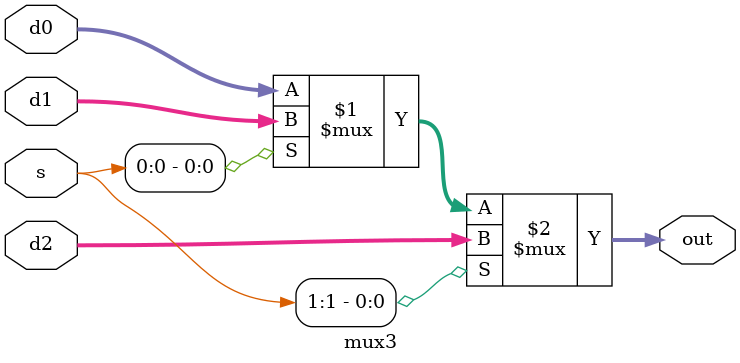
<source format=sv>
module mux3 #(parameter WIDTH = 32)
             (input  logic [WIDTH-1:0] d0, d1, d2,
              input  logic [1:0]  s,
              output logic [WIDTH-1:0] out
              );

assign out = s[1]? d2 : (s[0]? d1 : d0);

endmodule
</source>
